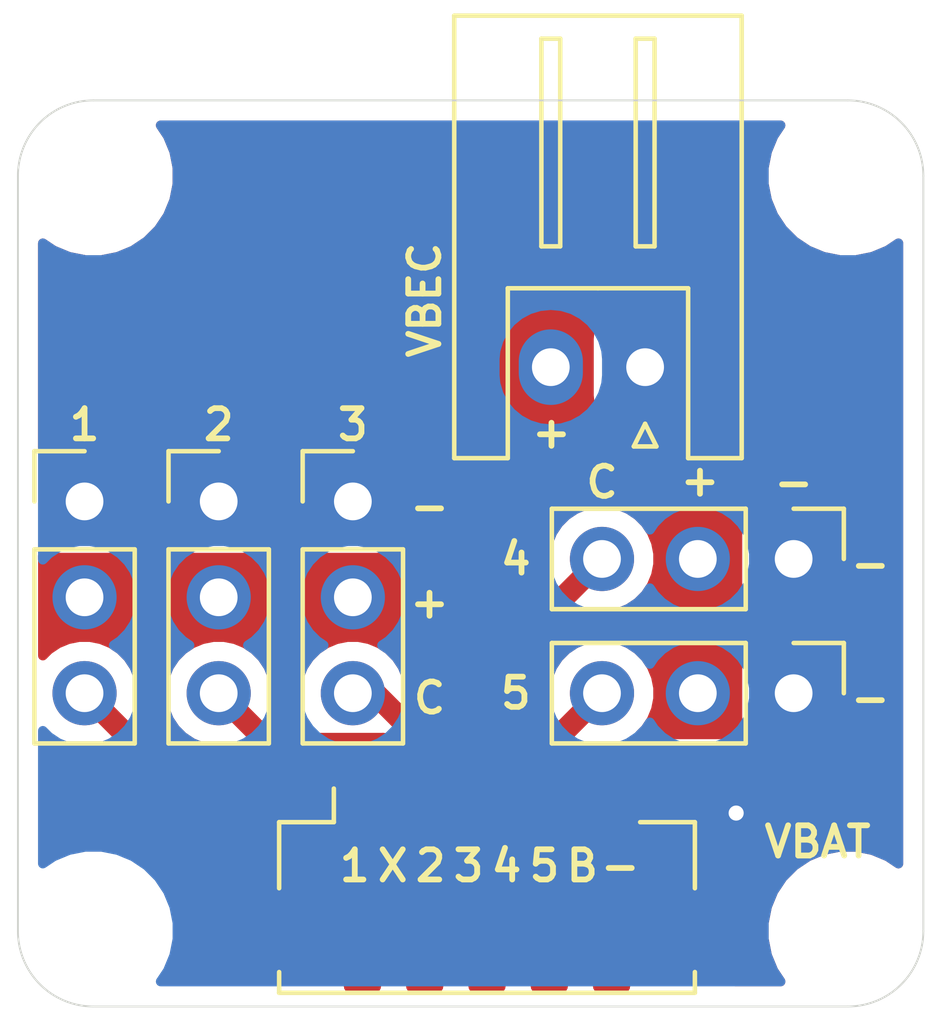
<source format=kicad_pcb>
(kicad_pcb (version 20171130) (host pcbnew "(5.1.9)-1")

  (general
    (thickness 1.6)
    (drawings 32)
    (tracks 32)
    (zones 0)
    (modules 17)
    (nets 9)
  )

  (page A4)
  (layers
    (0 F.Cu signal)
    (31 B.Cu signal)
    (32 B.Adhes user)
    (33 F.Adhes user)
    (34 B.Paste user)
    (35 F.Paste user)
    (36 B.SilkS user)
    (37 F.SilkS user)
    (38 B.Mask user)
    (39 F.Mask user)
    (40 Dwgs.User user)
    (41 Cmts.User user)
    (42 Eco1.User user)
    (43 Eco2.User user)
    (44 Edge.Cuts user)
    (45 Margin user)
    (46 B.CrtYd user)
    (47 F.CrtYd user)
    (48 B.Fab user hide)
    (49 F.Fab user hide)
  )

  (setup
    (last_trace_width 0.25)
    (user_trace_width 0.6)
    (trace_clearance 0.2)
    (zone_clearance 0.508)
    (zone_45_only no)
    (trace_min 0.2)
    (via_size 0.8)
    (via_drill 0.4)
    (via_min_size 0.4)
    (via_min_drill 0.3)
    (uvia_size 0.3)
    (uvia_drill 0.1)
    (uvias_allowed no)
    (uvia_min_size 0.2)
    (uvia_min_drill 0.1)
    (edge_width 0.05)
    (segment_width 0.2)
    (pcb_text_width 0.3)
    (pcb_text_size 1.5 1.5)
    (mod_edge_width 0.12)
    (mod_text_size 1 1)
    (mod_text_width 0.15)
    (pad_size 1.2 1.75)
    (pad_drill 0.75)
    (pad_to_mask_clearance 0)
    (aux_axis_origin 0 0)
    (visible_elements 7FFFFF7F)
    (pcbplotparams
      (layerselection 0x010fc_ffffffff)
      (usegerberextensions false)
      (usegerberattributes true)
      (usegerberadvancedattributes true)
      (creategerberjobfile true)
      (excludeedgelayer true)
      (linewidth 0.100000)
      (plotframeref false)
      (viasonmask false)
      (mode 1)
      (useauxorigin false)
      (hpglpennumber 1)
      (hpglpenspeed 20)
      (hpglpendiameter 15.000000)
      (psnegative false)
      (psa4output false)
      (plotreference true)
      (plotvalue true)
      (plotinvisibletext false)
      (padsonsilk false)
      (subtractmaskfromsilk false)
      (outputformat 1)
      (mirror false)
      (drillshape 0)
      (scaleselection 1)
      (outputdirectory "gerber-5-servos"))
  )

  (net 0 "")
  (net 1 "Net-(J1-Pad3)")
  (net 2 "Net-(J1-Pad1)")
  (net 3 GND)
  (net 4 +BATT)
  (net 5 "Net-(J1-Pad7)")
  (net 6 "Net-(J1-Pad6)")
  (net 7 "Net-(J1-Pad5)")
  (net 8 "Net-(J1-Pad4)")

  (net_class Default "This is the default net class."
    (clearance 0.2)
    (trace_width 0.25)
    (via_dia 0.8)
    (via_drill 0.4)
    (uvia_dia 0.3)
    (uvia_drill 0.1)
    (add_net +BATT)
    (add_net GND)
    (add_net "Net-(J1-Pad1)")
    (add_net "Net-(J1-Pad2)")
    (add_net "Net-(J1-Pad3)")
    (add_net "Net-(J1-Pad4)")
    (add_net "Net-(J1-Pad5)")
    (add_net "Net-(J1-Pad6)")
    (add_net "Net-(J1-Pad7)")
  )

  (module Connector_Wire:SolderWirePad_1x01_SMD_1x2mm (layer F.Cu) (tedit 5DD6EB27) (tstamp 6116F8D2)
    (at 179.07 158.369 90)
    (descr "Wire Pad, Square, SMD Pad,  5mm x 10mm,")
    (tags "MesurementPoint Square SMDPad 5mmx10mm ")
    (path /61199C10)
    (attr virtual)
    (fp_text reference J13 (at 0 -2.54 90) (layer F.SilkS) hide
      (effects (font (size 1 1) (thickness 0.15)))
    )
    (fp_text value Conn_01x01 (at 0 2.54 90) (layer F.Fab)
      (effects (font (size 1 1) (thickness 0.15)))
    )
    (fp_line (start -0.63 1.27) (end -0.63 -1.27) (layer F.Fab) (width 0.1))
    (fp_line (start 0.63 1.27) (end -0.63 1.27) (layer F.Fab) (width 0.1))
    (fp_line (start 0.63 -1.27) (end 0.63 1.27) (layer F.Fab) (width 0.1))
    (fp_line (start -0.63 -1.27) (end 0.63 -1.27) (layer F.Fab) (width 0.1))
    (fp_line (start -0.63 -1.27) (end -0.63 1.27) (layer F.CrtYd) (width 0.05))
    (fp_line (start -0.63 1.27) (end 0.63 1.27) (layer F.CrtYd) (width 0.05))
    (fp_line (start 0.63 1.27) (end 0.63 -1.27) (layer F.CrtYd) (width 0.05))
    (fp_line (start 0.63 -1.27) (end -0.63 -1.27) (layer F.CrtYd) (width 0.05))
    (fp_text user %R (at 0 0 90) (layer F.Fab)
      (effects (font (size 1 1) (thickness 0.15)))
    )
    (pad 1 smd roundrect (at 0 0 90) (size 1 2) (layers F.Cu F.Paste F.Mask) (roundrect_rratio 0.25)
      (net 5 "Net-(J1-Pad7)"))
  )

  (module heli-servo-board:JST_SHL_SM08B-SHLS-TF_1x08-1MP_P1.00mm_Horizontal (layer F.Cu) (tedit 61166144) (tstamp 6112DF1A)
    (at 170.434 160.528)
    (descr "JST SHL series connector, SM08B-SHLS-TF (http://www.jst-mfg.com/product/pdf/eng/eSHL.pdf), generated with kicad-footprint-generator")
    (tags "connector JST SHL top entry")
    (path /61123FD6)
    (attr smd)
    (fp_text reference J1 (at 0 -3.5) (layer F.SilkS) hide
      (effects (font (size 1 1) (thickness 0.15)))
    )
    (fp_text value Conn_01x06 (at 0 4.2) (layer F.Fab)
      (effects (font (size 1 1) (thickness 0.15)))
    )
    (fp_line (start -3.5 -0.592893) (end -3 -1.3) (layer F.Fab) (width 0.1))
    (fp_line (start -4 -1.3) (end -3.5 -0.592893) (layer F.Fab) (width 0.1))
    (fp_line (start 5.9 -2.8) (end -5.9 -2.8) (layer F.CrtYd) (width 0.05))
    (fp_line (start 5.9 3.5) (end 5.9 -2.8) (layer F.CrtYd) (width 0.05))
    (fp_line (start -5.9 3.5) (end 5.9 3.5) (layer F.CrtYd) (width 0.05))
    (fp_line (start -5.9 -2.8) (end -5.9 3.5) (layer F.CrtYd) (width 0.05))
    (fp_line (start 5.4 -1.3) (end 5.4 3) (layer F.Fab) (width 0.1))
    (fp_line (start -5.4 -1.3) (end -5.4 3) (layer F.Fab) (width 0.1))
    (fp_line (start -5.4 3) (end 5.4 3) (layer F.Fab) (width 0.1))
    (fp_line (start 5.51 3.11) (end 5.51 2.56) (layer F.SilkS) (width 0.12))
    (fp_line (start -5.51 3.11) (end 5.51 3.11) (layer F.SilkS) (width 0.12))
    (fp_line (start -5.51 2.56) (end -5.51 3.11) (layer F.SilkS) (width 0.12))
    (fp_line (start 5.51 -1.41) (end 4.06 -1.41) (layer F.SilkS) (width 0.12))
    (fp_line (start 5.51 0.34) (end 5.51 -1.41) (layer F.SilkS) (width 0.12))
    (fp_line (start -4.06 -1.41) (end -4.06 -2.3) (layer F.SilkS) (width 0.12))
    (fp_line (start -5.51 -1.41) (end -4.06 -1.41) (layer F.SilkS) (width 0.12))
    (fp_line (start -5.51 0.34) (end -5.51 -1.41) (layer F.SilkS) (width 0.12))
    (fp_line (start -5.4 -1.3) (end 5.4 -1.3) (layer F.Fab) (width 0.1))
    (fp_text user %R (at 0 0.5) (layer F.Fab)
      (effects (font (size 1 1) (thickness 0.15)))
    )
    (pad MP smd roundrect (at 5.5118 1.4478) (size 2 1.7) (layers F.Cu F.Paste F.Mask) (roundrect_rratio 0.25))
    (pad MP smd roundrect (at -5.5118 1.4478) (size 2 1.7) (layers F.Cu F.Paste F.Mask) (roundrect_rratio 0.25))
    (pad 1 smd roundrect (at -3.5 -1.675) (size 0.6 1.25) (layers F.Cu F.Paste F.Mask) (roundrect_rratio 0.25)
      (net 2 "Net-(J1-Pad1)"))
    (pad 2 smd roundrect (at -2.5 -1.675) (size 0.6 1.25) (layers F.Cu F.Paste F.Mask) (roundrect_rratio 0.25))
    (pad 3 smd roundrect (at -1.5 -1.675) (size 0.6 1.25) (layers F.Cu F.Paste F.Mask) (roundrect_rratio 0.25)
      (net 1 "Net-(J1-Pad3)"))
    (pad 4 smd roundrect (at -0.5 -1.675) (size 0.6 1.25) (layers F.Cu F.Paste F.Mask) (roundrect_rratio 0.25)
      (net 8 "Net-(J1-Pad4)"))
    (pad 5 smd roundrect (at 0.5 -1.675) (size 0.6 1.25) (layers F.Cu F.Paste F.Mask) (roundrect_rratio 0.25)
      (net 7 "Net-(J1-Pad5)"))
    (pad 6 smd roundrect (at 1.5 -1.675) (size 0.6 1.25) (layers F.Cu F.Paste F.Mask) (roundrect_rratio 0.25)
      (net 6 "Net-(J1-Pad6)"))
    (pad 7 smd roundrect (at 2.5 -1.675) (size 0.6 1.25) (layers F.Cu F.Paste F.Mask) (roundrect_rratio 0.25)
      (net 5 "Net-(J1-Pad7)"))
    (pad 8 smd roundrect (at 3.5 -1.675) (size 0.6 1.25) (layers F.Cu F.Paste F.Mask) (roundrect_rratio 0.25)
      (net 3 GND))
    (model ${KISYS3DMOD}/Connector_JST.3dshapes/JST_SHL_SM08B-SHLS-TF_1x08-1MP_P1.00mm_Horizontal.wrl
      (at (xyz 0 0 0))
      (scale (xyz 1 1 1))
      (rotate (xyz 0 0 0))
    )
  )

  (module Connector_PinHeader_2.54mm:PinHeader_1x03_P2.54mm_Vertical (layer F.Cu) (tedit 59FED5CC) (tstamp 61166D38)
    (at 159.766 150.622)
    (descr "Through hole straight pin header, 1x03, 2.54mm pitch, single row")
    (tags "Through hole pin header THT 1x03 2.54mm single row")
    (path /6116CE3B)
    (fp_text reference J10 (at 0 -2.33) (layer F.SilkS) hide
      (effects (font (size 1 1) (thickness 0.15)))
    )
    (fp_text value Conn_01x03 (at 0 7.41) (layer F.Fab)
      (effects (font (size 1 1) (thickness 0.15)))
    )
    (fp_line (start 1.8 -1.8) (end -1.8 -1.8) (layer F.CrtYd) (width 0.05))
    (fp_line (start 1.8 6.85) (end 1.8 -1.8) (layer F.CrtYd) (width 0.05))
    (fp_line (start -1.8 6.85) (end 1.8 6.85) (layer F.CrtYd) (width 0.05))
    (fp_line (start -1.8 -1.8) (end -1.8 6.85) (layer F.CrtYd) (width 0.05))
    (fp_line (start -1.33 -1.33) (end 0 -1.33) (layer F.SilkS) (width 0.12))
    (fp_line (start -1.33 0) (end -1.33 -1.33) (layer F.SilkS) (width 0.12))
    (fp_line (start -1.33 1.27) (end 1.33 1.27) (layer F.SilkS) (width 0.12))
    (fp_line (start 1.33 1.27) (end 1.33 6.41) (layer F.SilkS) (width 0.12))
    (fp_line (start -1.33 1.27) (end -1.33 6.41) (layer F.SilkS) (width 0.12))
    (fp_line (start -1.33 6.41) (end 1.33 6.41) (layer F.SilkS) (width 0.12))
    (fp_line (start -1.27 -0.635) (end -0.635 -1.27) (layer F.Fab) (width 0.1))
    (fp_line (start -1.27 6.35) (end -1.27 -0.635) (layer F.Fab) (width 0.1))
    (fp_line (start 1.27 6.35) (end -1.27 6.35) (layer F.Fab) (width 0.1))
    (fp_line (start 1.27 -1.27) (end 1.27 6.35) (layer F.Fab) (width 0.1))
    (fp_line (start -0.635 -1.27) (end 1.27 -1.27) (layer F.Fab) (width 0.1))
    (fp_text user %R (at 0 2.54 90) (layer F.Fab)
      (effects (font (size 1 1) (thickness 0.15)))
    )
    (pad 3 thru_hole oval (at 0 5.08) (size 1.7 1.7) (drill 1) (layers *.Cu *.Mask)
      (net 2 "Net-(J1-Pad1)"))
    (pad 2 thru_hole oval (at 0 2.54) (size 1.7 1.7) (drill 1) (layers *.Cu *.Mask)
      (net 4 +BATT))
    (pad 1 thru_hole rect (at 0 0) (size 1.7 1.7) (drill 1) (layers *.Cu *.Mask)
      (net 3 GND))
    (model ${KISYS3DMOD}/Connector_PinHeader_2.54mm.3dshapes/PinHeader_1x03_P2.54mm_Vertical.wrl
      (at (xyz 0 0 0))
      (scale (xyz 1 1 1))
      (rotate (xyz 0 0 0))
    )
  )

  (module Connector_PinHeader_2.54mm:PinHeader_1x03_P2.54mm_Vertical (layer F.Cu) (tedit 59FED5CC) (tstamp 61166DA7)
    (at 163.322 150.622)
    (descr "Through hole straight pin header, 1x03, 2.54mm pitch, single row")
    (tags "Through hole pin header THT 1x03 2.54mm single row")
    (path /6116C28F)
    (fp_text reference J5 (at 0 -2.33) (layer F.SilkS) hide
      (effects (font (size 1 1) (thickness 0.15)))
    )
    (fp_text value Conn_01x03 (at 0 7.41) (layer F.Fab)
      (effects (font (size 1 1) (thickness 0.15)))
    )
    (fp_line (start 1.8 -1.8) (end -1.8 -1.8) (layer F.CrtYd) (width 0.05))
    (fp_line (start 1.8 6.85) (end 1.8 -1.8) (layer F.CrtYd) (width 0.05))
    (fp_line (start -1.8 6.85) (end 1.8 6.85) (layer F.CrtYd) (width 0.05))
    (fp_line (start -1.8 -1.8) (end -1.8 6.85) (layer F.CrtYd) (width 0.05))
    (fp_line (start -1.33 -1.33) (end 0 -1.33) (layer F.SilkS) (width 0.12))
    (fp_line (start -1.33 0) (end -1.33 -1.33) (layer F.SilkS) (width 0.12))
    (fp_line (start -1.33 1.27) (end 1.33 1.27) (layer F.SilkS) (width 0.12))
    (fp_line (start 1.33 1.27) (end 1.33 6.41) (layer F.SilkS) (width 0.12))
    (fp_line (start -1.33 1.27) (end -1.33 6.41) (layer F.SilkS) (width 0.12))
    (fp_line (start -1.33 6.41) (end 1.33 6.41) (layer F.SilkS) (width 0.12))
    (fp_line (start -1.27 -0.635) (end -0.635 -1.27) (layer F.Fab) (width 0.1))
    (fp_line (start -1.27 6.35) (end -1.27 -0.635) (layer F.Fab) (width 0.1))
    (fp_line (start 1.27 6.35) (end -1.27 6.35) (layer F.Fab) (width 0.1))
    (fp_line (start 1.27 -1.27) (end 1.27 6.35) (layer F.Fab) (width 0.1))
    (fp_line (start -0.635 -1.27) (end 1.27 -1.27) (layer F.Fab) (width 0.1))
    (fp_text user %R (at 0 2.54 90) (layer F.Fab)
      (effects (font (size 1 1) (thickness 0.15)))
    )
    (pad 3 thru_hole oval (at 0 5.08) (size 1.7 1.7) (drill 1) (layers *.Cu *.Mask)
      (net 1 "Net-(J1-Pad3)"))
    (pad 2 thru_hole oval (at 0 2.54) (size 1.7 1.7) (drill 1) (layers *.Cu *.Mask)
      (net 4 +BATT))
    (pad 1 thru_hole rect (at 0 0) (size 1.7 1.7) (drill 1) (layers *.Cu *.Mask)
      (net 3 GND))
    (model ${KISYS3DMOD}/Connector_PinHeader_2.54mm.3dshapes/PinHeader_1x03_P2.54mm_Vertical.wrl
      (at (xyz 0 0 0))
      (scale (xyz 1 1 1))
      (rotate (xyz 0 0 0))
    )
  )

  (module Connector_PinHeader_2.54mm:PinHeader_1x03_P2.54mm_Vertical (layer F.Cu) (tedit 59FED5CC) (tstamp 61124DCD)
    (at 166.878 150.622)
    (descr "Through hole straight pin header, 1x03, 2.54mm pitch, single row")
    (tags "Through hole pin header THT 1x03 2.54mm single row")
    (path /6112D870)
    (fp_text reference J4 (at 0 -2.33) (layer F.SilkS) hide
      (effects (font (size 1 1) (thickness 0.15)))
    )
    (fp_text value Conn_01x03 (at 0 7.41) (layer F.Fab)
      (effects (font (size 1 1) (thickness 0.15)))
    )
    (fp_line (start 1.8 -1.8) (end -1.8 -1.8) (layer F.CrtYd) (width 0.05))
    (fp_line (start 1.8 6.85) (end 1.8 -1.8) (layer F.CrtYd) (width 0.05))
    (fp_line (start -1.8 6.85) (end 1.8 6.85) (layer F.CrtYd) (width 0.05))
    (fp_line (start -1.8 -1.8) (end -1.8 6.85) (layer F.CrtYd) (width 0.05))
    (fp_line (start -1.33 -1.33) (end 0 -1.33) (layer F.SilkS) (width 0.12))
    (fp_line (start -1.33 0) (end -1.33 -1.33) (layer F.SilkS) (width 0.12))
    (fp_line (start -1.33 1.27) (end 1.33 1.27) (layer F.SilkS) (width 0.12))
    (fp_line (start 1.33 1.27) (end 1.33 6.41) (layer F.SilkS) (width 0.12))
    (fp_line (start -1.33 1.27) (end -1.33 6.41) (layer F.SilkS) (width 0.12))
    (fp_line (start -1.33 6.41) (end 1.33 6.41) (layer F.SilkS) (width 0.12))
    (fp_line (start -1.27 -0.635) (end -0.635 -1.27) (layer F.Fab) (width 0.1))
    (fp_line (start -1.27 6.35) (end -1.27 -0.635) (layer F.Fab) (width 0.1))
    (fp_line (start 1.27 6.35) (end -1.27 6.35) (layer F.Fab) (width 0.1))
    (fp_line (start 1.27 -1.27) (end 1.27 6.35) (layer F.Fab) (width 0.1))
    (fp_line (start -0.635 -1.27) (end 1.27 -1.27) (layer F.Fab) (width 0.1))
    (fp_text user %R (at 0 2.54 90) (layer F.Fab)
      (effects (font (size 1 1) (thickness 0.15)))
    )
    (pad 3 thru_hole oval (at 0 5.08) (size 1.7 1.7) (drill 1) (layers *.Cu *.Mask)
      (net 8 "Net-(J1-Pad4)"))
    (pad 2 thru_hole oval (at 0 2.54) (size 1.7 1.7) (drill 1) (layers *.Cu *.Mask)
      (net 4 +BATT))
    (pad 1 thru_hole rect (at 0 0) (size 1.7 1.7) (drill 1) (layers *.Cu *.Mask)
      (net 3 GND))
    (model ${KISYS3DMOD}/Connector_PinHeader_2.54mm.3dshapes/PinHeader_1x03_P2.54mm_Vertical.wrl
      (at (xyz 0 0 0))
      (scale (xyz 1 1 1))
      (rotate (xyz 0 0 0))
    )
  )

  (module Connector_PinHeader_2.54mm:PinHeader_1x03_P2.54mm_Vertical (layer F.Cu) (tedit 59FED5CC) (tstamp 61124DA7)
    (at 178.562 152.146 270)
    (descr "Through hole straight pin header, 1x03, 2.54mm pitch, single row")
    (tags "Through hole pin header THT 1x03 2.54mm single row")
    (path /6112CA1B)
    (fp_text reference J3 (at 0 -2.33 90) (layer F.SilkS) hide
      (effects (font (size 1 1) (thickness 0.15)))
    )
    (fp_text value Conn_01x03 (at 0 7.41 90) (layer F.Fab)
      (effects (font (size 1 1) (thickness 0.15)))
    )
    (fp_line (start 1.8 -1.8) (end -1.8 -1.8) (layer F.CrtYd) (width 0.05))
    (fp_line (start 1.8 6.85) (end 1.8 -1.8) (layer F.CrtYd) (width 0.05))
    (fp_line (start -1.8 6.85) (end 1.8 6.85) (layer F.CrtYd) (width 0.05))
    (fp_line (start -1.8 -1.8) (end -1.8 6.85) (layer F.CrtYd) (width 0.05))
    (fp_line (start -1.33 -1.33) (end 0 -1.33) (layer F.SilkS) (width 0.12))
    (fp_line (start -1.33 0) (end -1.33 -1.33) (layer F.SilkS) (width 0.12))
    (fp_line (start -1.33 1.27) (end 1.33 1.27) (layer F.SilkS) (width 0.12))
    (fp_line (start 1.33 1.27) (end 1.33 6.41) (layer F.SilkS) (width 0.12))
    (fp_line (start -1.33 1.27) (end -1.33 6.41) (layer F.SilkS) (width 0.12))
    (fp_line (start -1.33 6.41) (end 1.33 6.41) (layer F.SilkS) (width 0.12))
    (fp_line (start -1.27 -0.635) (end -0.635 -1.27) (layer F.Fab) (width 0.1))
    (fp_line (start -1.27 6.35) (end -1.27 -0.635) (layer F.Fab) (width 0.1))
    (fp_line (start 1.27 6.35) (end -1.27 6.35) (layer F.Fab) (width 0.1))
    (fp_line (start 1.27 -1.27) (end 1.27 6.35) (layer F.Fab) (width 0.1))
    (fp_line (start -0.635 -1.27) (end 1.27 -1.27) (layer F.Fab) (width 0.1))
    (fp_text user %R (at 0 2.54) (layer F.Fab)
      (effects (font (size 1 1) (thickness 0.15)))
    )
    (pad 3 thru_hole oval (at 0 5.08 270) (size 1.7 1.7) (drill 1) (layers *.Cu *.Mask)
      (net 7 "Net-(J1-Pad5)"))
    (pad 2 thru_hole oval (at 0 2.54 270) (size 1.7 1.7) (drill 1) (layers *.Cu *.Mask)
      (net 4 +BATT))
    (pad 1 thru_hole rect (at 0 0 270) (size 1.7 1.7) (drill 1) (layers *.Cu *.Mask)
      (net 3 GND))
    (model ${KISYS3DMOD}/Connector_PinHeader_2.54mm.3dshapes/PinHeader_1x03_P2.54mm_Vertical.wrl
      (at (xyz 0 0 0))
      (scale (xyz 1 1 1))
      (rotate (xyz 0 0 0))
    )
  )

  (module Connector_Wire:SolderWirePad_1x01_SMD_1x2mm (layer F.Cu) (tedit 5DD6EB27) (tstamp 61166DFE)
    (at 167.132 162.687)
    (descr "Wire Pad, Square, SMD Pad,  5mm x 10mm,")
    (tags "MesurementPoint Square SMDPad 5mmx10mm ")
    (path /6117478F)
    (attr virtual)
    (fp_text reference J12 (at 0 -2.54) (layer F.SilkS) hide
      (effects (font (size 1 1) (thickness 0.15)))
    )
    (fp_text value Conn_01x01 (at 0 2.54) (layer F.Fab)
      (effects (font (size 1 1) (thickness 0.15)))
    )
    (fp_line (start -0.63 1.27) (end -0.63 -1.27) (layer F.Fab) (width 0.1))
    (fp_line (start 0.63 1.27) (end -0.63 1.27) (layer F.Fab) (width 0.1))
    (fp_line (start 0.63 -1.27) (end 0.63 1.27) (layer F.Fab) (width 0.1))
    (fp_line (start -0.63 -1.27) (end 0.63 -1.27) (layer F.Fab) (width 0.1))
    (fp_line (start -0.63 -1.27) (end -0.63 1.27) (layer F.CrtYd) (width 0.05))
    (fp_line (start -0.63 1.27) (end 0.63 1.27) (layer F.CrtYd) (width 0.05))
    (fp_line (start 0.63 1.27) (end 0.63 -1.27) (layer F.CrtYd) (width 0.05))
    (fp_line (start 0.63 -1.27) (end -0.63 -1.27) (layer F.CrtYd) (width 0.05))
    (fp_text user %R (at 0 0) (layer F.Fab)
      (effects (font (size 1 1) (thickness 0.15)))
    )
    (pad 1 smd roundrect (at 0 0) (size 1 2) (layers F.Cu F.Paste F.Mask) (roundrect_rratio 0.25)
      (net 2 "Net-(J1-Pad1)"))
  )

  (module Connector_Wire:SolderWirePad_1x01_SMD_1x2mm (layer F.Cu) (tedit 5DD6EB27) (tstamp 61166CF9)
    (at 168.783 162.687)
    (descr "Wire Pad, Square, SMD Pad,  5mm x 10mm,")
    (tags "MesurementPoint Square SMDPad 5mmx10mm ")
    (path /6117400D)
    (attr virtual)
    (fp_text reference J11 (at 0 -2.54) (layer F.SilkS) hide
      (effects (font (size 1 1) (thickness 0.15)))
    )
    (fp_text value Conn_01x01 (at 0 2.54) (layer F.Fab)
      (effects (font (size 1 1) (thickness 0.15)))
    )
    (fp_line (start -0.63 1.27) (end -0.63 -1.27) (layer F.Fab) (width 0.1))
    (fp_line (start 0.63 1.27) (end -0.63 1.27) (layer F.Fab) (width 0.1))
    (fp_line (start 0.63 -1.27) (end 0.63 1.27) (layer F.Fab) (width 0.1))
    (fp_line (start -0.63 -1.27) (end 0.63 -1.27) (layer F.Fab) (width 0.1))
    (fp_line (start -0.63 -1.27) (end -0.63 1.27) (layer F.CrtYd) (width 0.05))
    (fp_line (start -0.63 1.27) (end 0.63 1.27) (layer F.CrtYd) (width 0.05))
    (fp_line (start 0.63 1.27) (end 0.63 -1.27) (layer F.CrtYd) (width 0.05))
    (fp_line (start 0.63 -1.27) (end -0.63 -1.27) (layer F.CrtYd) (width 0.05))
    (fp_text user %R (at 0 0) (layer F.Fab)
      (effects (font (size 1 1) (thickness 0.15)))
    )
    (pad 1 smd roundrect (at 0 0) (size 1 2) (layers F.Cu F.Paste F.Mask) (roundrect_rratio 0.25)
      (net 1 "Net-(J1-Pad3)"))
  )

  (module Connector_PinHeader_2.54mm:PinHeader_1x03_P2.54mm_Vertical (layer F.Cu) (tedit 59FED5CC) (tstamp 61124D81)
    (at 178.562 155.702 270)
    (descr "Through hole straight pin header, 1x03, 2.54mm pitch, single row")
    (tags "Through hole pin header THT 1x03 2.54mm single row")
    (path /611285D8)
    (fp_text reference J2 (at 0 -2.33 90) (layer F.SilkS) hide
      (effects (font (size 1 1) (thickness 0.15)))
    )
    (fp_text value Conn_01x03 (at 0 7.41 90) (layer F.Fab)
      (effects (font (size 1 1) (thickness 0.15)))
    )
    (fp_line (start 1.8 -1.8) (end -1.8 -1.8) (layer F.CrtYd) (width 0.05))
    (fp_line (start 1.8 6.85) (end 1.8 -1.8) (layer F.CrtYd) (width 0.05))
    (fp_line (start -1.8 6.85) (end 1.8 6.85) (layer F.CrtYd) (width 0.05))
    (fp_line (start -1.8 -1.8) (end -1.8 6.85) (layer F.CrtYd) (width 0.05))
    (fp_line (start -1.33 -1.33) (end 0 -1.33) (layer F.SilkS) (width 0.12))
    (fp_line (start -1.33 0) (end -1.33 -1.33) (layer F.SilkS) (width 0.12))
    (fp_line (start -1.33 1.27) (end 1.33 1.27) (layer F.SilkS) (width 0.12))
    (fp_line (start 1.33 1.27) (end 1.33 6.41) (layer F.SilkS) (width 0.12))
    (fp_line (start -1.33 1.27) (end -1.33 6.41) (layer F.SilkS) (width 0.12))
    (fp_line (start -1.33 6.41) (end 1.33 6.41) (layer F.SilkS) (width 0.12))
    (fp_line (start -1.27 -0.635) (end -0.635 -1.27) (layer F.Fab) (width 0.1))
    (fp_line (start -1.27 6.35) (end -1.27 -0.635) (layer F.Fab) (width 0.1))
    (fp_line (start 1.27 6.35) (end -1.27 6.35) (layer F.Fab) (width 0.1))
    (fp_line (start 1.27 -1.27) (end 1.27 6.35) (layer F.Fab) (width 0.1))
    (fp_line (start -0.635 -1.27) (end 1.27 -1.27) (layer F.Fab) (width 0.1))
    (fp_text user %R (at 0 2.54) (layer F.Fab)
      (effects (font (size 1 1) (thickness 0.15)))
    )
    (pad 3 thru_hole oval (at 0 5.08 270) (size 1.7 1.7) (drill 1) (layers *.Cu *.Mask)
      (net 6 "Net-(J1-Pad6)"))
    (pad 2 thru_hole oval (at 0 2.54 270) (size 1.7 1.7) (drill 1) (layers *.Cu *.Mask)
      (net 4 +BATT))
    (pad 1 thru_hole rect (at 0 0 270) (size 1.7 1.7) (drill 1) (layers *.Cu *.Mask)
      (net 3 GND))
    (model ${KISYS3DMOD}/Connector_PinHeader_2.54mm.3dshapes/PinHeader_1x03_P2.54mm_Vertical.wrl
      (at (xyz 0 0 0))
      (scale (xyz 1 1 1))
      (rotate (xyz 0 0 0))
    )
  )

  (module Connector_JST:JST_XH_S2B-XH-A_1x02_P2.50mm_Horizontal (layer F.Cu) (tedit 5C281475) (tstamp 611285C6)
    (at 174.625 147.066 180)
    (descr "JST XH series connector, S2B-XH-A (http://www.jst-mfg.com/product/pdf/eng/eXH.pdf), generated with kicad-footprint-generator")
    (tags "connector JST XH horizontal")
    (path /61143588)
    (fp_text reference J6 (at 1.25 -3.5) (layer F.SilkS) hide
      (effects (font (size 1 1) (thickness 0.15)))
    )
    (fp_text value Conn_01x02 (at 1.25 10.4) (layer F.Fab)
      (effects (font (size 1 1) (thickness 0.15)))
    )
    (fp_line (start -2.95 -2.8) (end -2.95 9.7) (layer F.CrtYd) (width 0.05))
    (fp_line (start -2.95 9.7) (end 5.45 9.7) (layer F.CrtYd) (width 0.05))
    (fp_line (start 5.45 9.7) (end 5.45 -2.8) (layer F.CrtYd) (width 0.05))
    (fp_line (start 5.45 -2.8) (end -2.95 -2.8) (layer F.CrtYd) (width 0.05))
    (fp_line (start 1.25 9.31) (end -2.56 9.31) (layer F.SilkS) (width 0.12))
    (fp_line (start -2.56 9.31) (end -2.56 -2.41) (layer F.SilkS) (width 0.12))
    (fp_line (start -2.56 -2.41) (end -1.14 -2.41) (layer F.SilkS) (width 0.12))
    (fp_line (start -1.14 -2.41) (end -1.14 2.09) (layer F.SilkS) (width 0.12))
    (fp_line (start -1.14 2.09) (end 1.25 2.09) (layer F.SilkS) (width 0.12))
    (fp_line (start 1.25 9.31) (end 5.06 9.31) (layer F.SilkS) (width 0.12))
    (fp_line (start 5.06 9.31) (end 5.06 -2.41) (layer F.SilkS) (width 0.12))
    (fp_line (start 5.06 -2.41) (end 3.64 -2.41) (layer F.SilkS) (width 0.12))
    (fp_line (start 3.64 -2.41) (end 3.64 2.09) (layer F.SilkS) (width 0.12))
    (fp_line (start 3.64 2.09) (end 1.25 2.09) (layer F.SilkS) (width 0.12))
    (fp_line (start 1.25 9.2) (end -2.45 9.2) (layer F.Fab) (width 0.1))
    (fp_line (start -2.45 9.2) (end -2.45 -2.3) (layer F.Fab) (width 0.1))
    (fp_line (start -2.45 -2.3) (end -1.25 -2.3) (layer F.Fab) (width 0.1))
    (fp_line (start -1.25 -2.3) (end -1.25 2.2) (layer F.Fab) (width 0.1))
    (fp_line (start -1.25 2.2) (end 1.25 2.2) (layer F.Fab) (width 0.1))
    (fp_line (start 1.25 9.2) (end 4.95 9.2) (layer F.Fab) (width 0.1))
    (fp_line (start 4.95 9.2) (end 4.95 -2.3) (layer F.Fab) (width 0.1))
    (fp_line (start 4.95 -2.3) (end 3.75 -2.3) (layer F.Fab) (width 0.1))
    (fp_line (start 3.75 -2.3) (end 3.75 2.2) (layer F.Fab) (width 0.1))
    (fp_line (start 3.75 2.2) (end 1.25 2.2) (layer F.Fab) (width 0.1))
    (fp_line (start -0.25 3.2) (end -0.25 8.7) (layer F.SilkS) (width 0.12))
    (fp_line (start -0.25 8.7) (end 0.25 8.7) (layer F.SilkS) (width 0.12))
    (fp_line (start 0.25 8.7) (end 0.25 3.2) (layer F.SilkS) (width 0.12))
    (fp_line (start 0.25 3.2) (end -0.25 3.2) (layer F.SilkS) (width 0.12))
    (fp_line (start 2.25 3.2) (end 2.25 8.7) (layer F.SilkS) (width 0.12))
    (fp_line (start 2.25 8.7) (end 2.75 8.7) (layer F.SilkS) (width 0.12))
    (fp_line (start 2.75 8.7) (end 2.75 3.2) (layer F.SilkS) (width 0.12))
    (fp_line (start 2.75 3.2) (end 2.25 3.2) (layer F.SilkS) (width 0.12))
    (fp_line (start 0 -1.5) (end -0.3 -2.1) (layer F.SilkS) (width 0.12))
    (fp_line (start -0.3 -2.1) (end 0.3 -2.1) (layer F.SilkS) (width 0.12))
    (fp_line (start 0.3 -2.1) (end 0 -1.5) (layer F.SilkS) (width 0.12))
    (fp_line (start -0.625 2.2) (end 0 1.2) (layer F.Fab) (width 0.1))
    (fp_line (start 0 1.2) (end 0.625 2.2) (layer F.Fab) (width 0.1))
    (fp_text user %R (at 1.25 3.45) (layer F.Fab) hide
      (effects (font (size 1 1) (thickness 0.15)))
    )
    (pad 2 thru_hole oval (at 2.5 0 180) (size 1.7 2) (drill 1) (layers *.Cu *.Mask)
      (net 4 +BATT))
    (pad 1 thru_hole roundrect (at 0 0 180) (size 1.7 2) (drill 1) (layers *.Cu *.Mask) (roundrect_rratio 0.1470588235294118)
      (net 3 GND))
    (model ${KISYS3DMOD}/Connector_JST.3dshapes/JST_XH_S2B-XH-A_1x02_P2.50mm_Horizontal.wrl
      (at (xyz 0 0 0))
      (scale (xyz 1 1 1))
      (rotate (xyz 0 0 0))
    )
  )

  (module Connector_Wire:SolderWirePad_1x01_SMD_1x2mm (layer F.Cu) (tedit 5DD6EB27) (tstamp 611325AC)
    (at 170.434 162.687)
    (descr "Wire Pad, Square, SMD Pad,  5mm x 10mm,")
    (tags "MesurementPoint Square SMDPad 5mmx10mm ")
    (path /61181143)
    (attr virtual)
    (fp_text reference J9 (at 0 -2.54) (layer F.SilkS) hide
      (effects (font (size 1 1) (thickness 0.15)))
    )
    (fp_text value Conn_01x01 (at 0 2.54) (layer F.Fab) hide
      (effects (font (size 1 1) (thickness 0.15)))
    )
    (fp_line (start 0.63 -1.27) (end -0.63 -1.27) (layer F.CrtYd) (width 0.05))
    (fp_line (start 0.63 1.27) (end 0.63 -1.27) (layer F.CrtYd) (width 0.05))
    (fp_line (start -0.63 1.27) (end 0.63 1.27) (layer F.CrtYd) (width 0.05))
    (fp_line (start -0.63 -1.27) (end -0.63 1.27) (layer F.CrtYd) (width 0.05))
    (fp_line (start -0.63 -1.27) (end 0.63 -1.27) (layer F.Fab) (width 0.1))
    (fp_line (start 0.63 -1.27) (end 0.63 1.27) (layer F.Fab) (width 0.1))
    (fp_line (start 0.63 1.27) (end -0.63 1.27) (layer F.Fab) (width 0.1))
    (fp_line (start -0.63 1.27) (end -0.63 -1.27) (layer F.Fab) (width 0.1))
    (fp_text user %R (at 0 0) (layer F.Fab)
      (effects (font (size 1 1) (thickness 0.15)))
    )
    (pad 1 smd roundrect (at 0 0) (size 1 2) (layers F.Cu F.Paste F.Mask) (roundrect_rratio 0.25)
      (net 8 "Net-(J1-Pad4)"))
  )

  (module Connector_Wire:SolderWirePad_1x01_SMD_1x2mm (layer F.Cu) (tedit 5DD6EB27) (tstamp 6113259E)
    (at 172.085 162.687)
    (descr "Wire Pad, Square, SMD Pad,  5mm x 10mm,")
    (tags "MesurementPoint Square SMDPad 5mmx10mm ")
    (path /6118060C)
    (attr virtual)
    (fp_text reference J8 (at 0 -2.54) (layer F.SilkS) hide
      (effects (font (size 1 1) (thickness 0.15)))
    )
    (fp_text value Conn_01x01 (at 0 2.54) (layer F.Fab) hide
      (effects (font (size 1 1) (thickness 0.15)))
    )
    (fp_line (start 0.63 -1.27) (end -0.63 -1.27) (layer F.CrtYd) (width 0.05))
    (fp_line (start 0.63 1.27) (end 0.63 -1.27) (layer F.CrtYd) (width 0.05))
    (fp_line (start -0.63 1.27) (end 0.63 1.27) (layer F.CrtYd) (width 0.05))
    (fp_line (start -0.63 -1.27) (end -0.63 1.27) (layer F.CrtYd) (width 0.05))
    (fp_line (start -0.63 -1.27) (end 0.63 -1.27) (layer F.Fab) (width 0.1))
    (fp_line (start 0.63 -1.27) (end 0.63 1.27) (layer F.Fab) (width 0.1))
    (fp_line (start 0.63 1.27) (end -0.63 1.27) (layer F.Fab) (width 0.1))
    (fp_line (start -0.63 1.27) (end -0.63 -1.27) (layer F.Fab) (width 0.1))
    (fp_text user %R (at 0 0) (layer F.Fab)
      (effects (font (size 1 1) (thickness 0.15)))
    )
    (pad 1 smd roundrect (at 0 0) (size 1 2) (layers F.Cu F.Paste F.Mask) (roundrect_rratio 0.25)
      (net 7 "Net-(J1-Pad5)"))
  )

  (module Connector_Wire:SolderWirePad_1x01_SMD_1x2mm (layer F.Cu) (tedit 5DD6EB27) (tstamp 61132590)
    (at 173.736 162.687)
    (descr "Wire Pad, Square, SMD Pad,  5mm x 10mm,")
    (tags "MesurementPoint Square SMDPad 5mmx10mm ")
    (path /6117E1ED)
    (attr virtual)
    (fp_text reference J7 (at 0 -2.54) (layer F.SilkS) hide
      (effects (font (size 1 1) (thickness 0.15)))
    )
    (fp_text value Conn_01x01 (at 0 2.54) (layer F.Fab)
      (effects (font (size 1 1) (thickness 0.15)))
    )
    (fp_line (start 0.63 -1.27) (end -0.63 -1.27) (layer F.CrtYd) (width 0.05))
    (fp_line (start 0.63 1.27) (end 0.63 -1.27) (layer F.CrtYd) (width 0.05))
    (fp_line (start -0.63 1.27) (end 0.63 1.27) (layer F.CrtYd) (width 0.05))
    (fp_line (start -0.63 -1.27) (end -0.63 1.27) (layer F.CrtYd) (width 0.05))
    (fp_line (start -0.63 -1.27) (end 0.63 -1.27) (layer F.Fab) (width 0.1))
    (fp_line (start 0.63 -1.27) (end 0.63 1.27) (layer F.Fab) (width 0.1))
    (fp_line (start 0.63 1.27) (end -0.63 1.27) (layer F.Fab) (width 0.1))
    (fp_line (start -0.63 1.27) (end -0.63 -1.27) (layer F.Fab) (width 0.1))
    (fp_text user %R (at 0 0) (layer F.Fab)
      (effects (font (size 1 1) (thickness 0.15)))
    )
    (pad 1 smd roundrect (at 0 0) (size 1 2) (layers F.Cu F.Paste F.Mask) (roundrect_rratio 0.25)
      (net 6 "Net-(J1-Pad6)"))
  )

  (module MountingHole:MountingHole_2.2mm_M2 (layer F.Cu) (tedit 61150B2C) (tstamp 6112E80D)
    (at 180 162)
    (descr "Mounting Hole 2.2mm, no annular, M2")
    (tags "mounting hole 2.2mm no annular m2")
    (path /61155815)
    (attr virtual)
    (fp_text reference H4 (at 0 -3.2) (layer F.SilkS) hide
      (effects (font (size 1 1) (thickness 0.15)))
    )
    (fp_text value MountingHole (at 0 3.2) (layer F.Fab)
      (effects (font (size 1 1) (thickness 0.15)))
    )
    (fp_circle (center 0 0) (end 2.2 0) (layer Cmts.User) (width 0.15))
    (fp_circle (center 0 0) (end 2.45 0) (layer F.CrtYd) (width 0.05))
    (fp_text user %R (at 0.3 0) (layer F.Fab)
      (effects (font (size 1 1) (thickness 0.15)))
    )
    (pad "" np_thru_hole circle (at 0 0) (size 2.2 2.2) (drill 2.2) (layers *.Cu *.Mask)
      (clearance 1))
  )

  (module MountingHole:MountingHole_2.2mm_M2 (layer F.Cu) (tedit 61150B1E) (tstamp 6112E805)
    (at 180 142)
    (descr "Mounting Hole 2.2mm, no annular, M2")
    (tags "mounting hole 2.2mm no annular m2")
    (path /611551EF)
    (attr virtual)
    (fp_text reference H3 (at 0 -3.2) (layer F.SilkS) hide
      (effects (font (size 1 1) (thickness 0.15)))
    )
    (fp_text value MountingHole (at 0 3.2) (layer F.Fab)
      (effects (font (size 1 1) (thickness 0.15)))
    )
    (fp_circle (center 0 0) (end 2.2 0) (layer Cmts.User) (width 0.15))
    (fp_circle (center 0 0) (end 2.45 0) (layer F.CrtYd) (width 0.05))
    (fp_text user %R (at 0.3 0) (layer F.Fab)
      (effects (font (size 1 1) (thickness 0.15)))
    )
    (pad "" np_thru_hole circle (at 0 0) (size 2.2 2.2) (drill 2.2) (layers *.Cu *.Mask)
      (clearance 1))
  )

  (module MountingHole:MountingHole_2.2mm_M2 (layer F.Cu) (tedit 61150B28) (tstamp 6112E7FD)
    (at 160 162)
    (descr "Mounting Hole 2.2mm, no annular, M2")
    (tags "mounting hole 2.2mm no annular m2")
    (path /61154F7E)
    (attr virtual)
    (fp_text reference H2 (at 0 -3.2) (layer F.SilkS) hide
      (effects (font (size 1 1) (thickness 0.15)))
    )
    (fp_text value MountingHole (at 0 3.2) (layer F.Fab)
      (effects (font (size 1 1) (thickness 0.15)))
    )
    (fp_circle (center 0 0) (end 2.2 0) (layer Cmts.User) (width 0.15))
    (fp_circle (center 0 0) (end 2.45 0) (layer F.CrtYd) (width 0.05))
    (fp_text user %R (at 0.3 0) (layer F.Fab)
      (effects (font (size 1 1) (thickness 0.15)))
    )
    (pad "" np_thru_hole circle (at 0 0) (size 2.2 2.2) (drill 2.2) (layers *.Cu *.Mask)
      (clearance 1))
  )

  (module MountingHole:MountingHole_2.2mm_M2 (layer F.Cu) (tedit 61150B19) (tstamp 6112E7F5)
    (at 160 142)
    (descr "Mounting Hole 2.2mm, no annular, M2")
    (tags "mounting hole 2.2mm no annular m2")
    (path /61153AD3)
    (attr virtual)
    (fp_text reference H1 (at 0 -3.2) (layer F.SilkS) hide
      (effects (font (size 1 1) (thickness 0.15)))
    )
    (fp_text value MountingHole (at 0 3.2) (layer F.Fab)
      (effects (font (size 1 1) (thickness 0.15)))
    )
    (fp_circle (center 0 0) (end 2.2 0) (layer Cmts.User) (width 0.15))
    (fp_circle (center 0 0) (end 2.45 0) (layer F.CrtYd) (width 0.05))
    (fp_text user %R (at 0.3 0) (layer F.Fab)
      (effects (font (size 1 1) (thickness 0.15)))
    )
    (pad "" np_thru_hole circle (at 0 0) (size 2.2 2.2) (drill 2.2) (layers *.Cu *.Mask)
      (clearance 1))
  )

  (gr_text VBEC (at 168.783 145.288 90) (layer F.SilkS) (tstamp 6116FFF7)
    (effects (font (size 0.8 0.8) (thickness 0.153)))
  )
  (gr_text VBAT (at 179.197 159.639) (layer F.SilkS) (tstamp 6116FF8B)
    (effects (font (size 0.8 0.8) (thickness 0.153)))
  )
  (gr_text - (at 173.9646 160.274) (layer F.SilkS) (tstamp 6116F1FA)
    (effects (font (size 0.8 0.8) (thickness 0.153)))
  )
  (gr_text B (at 172.959484 160.274) (layer F.SilkS) (tstamp 6116F1F8)
    (effects (font (size 0.8 0.8) (thickness 0.153)))
  )
  (gr_text X (at 167.933914 160.274) (layer F.SilkS) (tstamp 6116F1F5)
    (effects (font (size 0.8 0.8) (thickness 0.153)))
  )
  (gr_text 5 (at 171.95437 160.274) (layer F.SilkS) (tstamp 6116F148)
    (effects (font (size 0.8 0.8) (thickness 0.153)))
  )
  (gr_text 4 (at 170.949256 160.274) (layer F.SilkS) (tstamp 6116F145)
    (effects (font (size 0.8 0.8) (thickness 0.153)))
  )
  (gr_text 2 (at 168.939028 160.274) (layer F.SilkS) (tstamp 6116F0DC)
    (effects (font (size 0.8 0.8) (thickness 0.153)))
  )
  (gr_text 1 (at 166.9288 160.274) (layer F.SilkS) (tstamp 6116F0DB)
    (effects (font (size 0.8 0.8) (thickness 0.153)))
  )
  (gr_text 3 (at 169.944142 160.274) (layer F.SilkS) (tstamp 6116F0DA)
    (effects (font (size 0.8 0.8) (thickness 0.153)))
  )
  (gr_text 3 (at 166.878 148.59) (layer F.SilkS) (tstamp 6116EE3D)
    (effects (font (size 0.8 0.8) (thickness 0.153)))
  )
  (gr_text 2 (at 163.322 148.59) (layer F.SilkS) (tstamp 6116EE3A)
    (effects (font (size 0.8 0.8) (thickness 0.153)))
  )
  (gr_text 1 (at 159.766 148.59) (layer F.SilkS) (tstamp 6116EE37)
    (effects (font (size 0.8 0.8) (thickness 0.153)))
  )
  (gr_text C (at 173.482 150.114) (layer F.SilkS) (tstamp 6116EE34)
    (effects (font (size 0.8 0.8) (thickness 0.153)))
  )
  (gr_text 4 (at 171.196 152.146) (layer F.SilkS) (tstamp 6116EE32)
    (effects (font (size 0.8 0.8) (thickness 0.153)))
  )
  (gr_text 5 (at 171.196 155.702) (layer F.SilkS) (tstamp 6116EE30)
    (effects (font (size 0.8 0.8) (thickness 0.153)))
  )
  (gr_text C (at 168.91 155.829) (layer F.SilkS) (tstamp 6116EE2C)
    (effects (font (size 0.8 0.8) (thickness 0.153)))
  )
  (gr_text - (at 180.594 155.829) (layer F.SilkS) (tstamp 6116EDC4)
    (effects (font (size 0.8 0.8) (thickness 0.153)))
  )
  (gr_text - (at 180.594 152.273) (layer F.SilkS) (tstamp 6116EDC2)
    (effects (font (size 0.8 0.8) (thickness 0.153)))
  )
  (gr_text - (at 178.562 150.114) (layer F.SilkS) (tstamp 6116EDA7)
    (effects (font (size 0.8 0.8) (thickness 0.153)))
  )
  (gr_text + (at 176.022 150.114 90) (layer F.SilkS) (tstamp 6116EDA4)
    (effects (font (size 0.8 0.8) (thickness 0.153)))
  )
  (gr_text - (at 168.91 150.749) (layer F.SilkS) (tstamp 6116ED74)
    (effects (font (size 0.8 0.8) (thickness 0.153)))
  )
  (gr_line (start 160 140) (end 180 140) (layer Edge.Cuts) (width 0.05) (tstamp 61167D2B))
  (gr_text + (at 168.91 153.289) (layer F.SilkS) (tstamp 611581C6)
    (effects (font (size 0.8 0.8) (thickness 0.153)))
  )
  (gr_line (start 160 164) (end 180 164) (layer Edge.Cuts) (width 0.05) (tstamp 61156935))
  (gr_line (start 182 142) (end 182 162) (layer Edge.Cuts) (width 0.05) (tstamp 61156933))
  (gr_line (start 158 162) (end 158 142) (layer Edge.Cuts) (width 0.05) (tstamp 61156931))
  (gr_arc (start 180 162) (end 180 164) (angle -90) (layer Edge.Cuts) (width 0.05))
  (gr_arc (start 180 142) (end 182 142) (angle -90) (layer Edge.Cuts) (width 0.05))
  (gr_arc (start 160 142) (end 160 140) (angle -90) (layer Edge.Cuts) (width 0.05))
  (gr_text + (at 172.085 148.844 90) (layer F.SilkS) (tstamp 61130941)
    (effects (font (size 0.8 0.8) (thickness 0.153)))
  )
  (gr_arc (start 160 162) (end 158 162) (angle -90) (layer Edge.Cuts) (width 0.05))

  (segment (start 168.934 162.536) (end 168.783 162.687) (width 0.6) (layer F.Cu) (net 1))
  (segment (start 168.934 158.853) (end 168.934 162.536) (width 0.6) (layer F.Cu) (net 1))
  (segment (start 164.672001 157.052001) (end 163.322 155.702) (width 0.6) (layer F.Cu) (net 1))
  (segment (start 167.677257 157.052001) (end 164.672001 157.052001) (width 0.6) (layer F.Cu) (net 1))
  (segment (start 168.934 158.308744) (end 167.677257 157.052001) (width 0.6) (layer F.Cu) (net 1))
  (segment (start 168.934 158.853) (end 168.934 158.308744) (width 0.6) (layer F.Cu) (net 1))
  (segment (start 166.934 162.489) (end 167.132 162.687) (width 0.6) (layer F.Cu) (net 2))
  (segment (start 166.934 158.853) (end 166.934 162.489) (width 0.6) (layer F.Cu) (net 2))
  (segment (start 162.917 158.853) (end 159.766 155.702) (width 0.6) (layer F.Cu) (net 2))
  (segment (start 166.934 158.853) (end 162.917 158.853) (width 0.6) (layer F.Cu) (net 2))
  (via (at 177.038 158.877) (size 0.8) (drill 0.4) (layers F.Cu B.Cu) (net 3))
  (segment (start 177.014 158.853) (end 177.038 158.877) (width 0.6) (layer F.Cu) (net 3))
  (segment (start 173.934 158.853) (end 177.014 158.853) (width 0.6) (layer F.Cu) (net 3))
  (segment (start 178.42899 157.72799) (end 179.07 158.369) (width 0.6) (layer F.Cu) (net 5))
  (segment (start 173.43401 157.72799) (end 178.42899 157.72799) (width 0.6) (layer F.Cu) (net 5))
  (segment (start 172.934 158.228) (end 173.43401 157.72799) (width 0.6) (layer F.Cu) (net 5))
  (segment (start 172.934 158.853) (end 172.934 158.228) (width 0.6) (layer F.Cu) (net 5))
  (segment (start 173.736 162.206616) (end 173.736 162.687) (width 0.6) (layer F.Cu) (net 6))
  (segment (start 171.934 160.404616) (end 173.736 162.206616) (width 0.6) (layer F.Cu) (net 6))
  (segment (start 171.934 158.853) (end 171.934 160.404616) (width 0.6) (layer F.Cu) (net 6))
  (segment (start 171.934 157.25) (end 173.482 155.702) (width 0.6) (layer F.Cu) (net 6))
  (segment (start 171.934 158.853) (end 171.934 157.25) (width 0.6) (layer F.Cu) (net 6))
  (segment (start 172.085 161.687) (end 172.085 162.687) (width 0.6) (layer F.Cu) (net 7))
  (segment (start 170.934 160.536) (end 172.085 161.687) (width 0.6) (layer F.Cu) (net 7))
  (segment (start 170.934 158.853) (end 170.934 160.536) (width 0.6) (layer F.Cu) (net 7))
  (segment (start 170.934 154.694) (end 173.482 152.146) (width 0.6) (layer F.Cu) (net 7))
  (segment (start 170.934 158.853) (end 170.934 154.694) (width 0.6) (layer F.Cu) (net 7))
  (segment (start 169.934 162.187) (end 170.434 162.687) (width 0.6) (layer F.Cu) (net 8))
  (segment (start 169.934 158.853) (end 169.934 162.187) (width 0.6) (layer F.Cu) (net 8))
  (segment (start 167.45864 155.702) (end 166.878 155.702) (width 0.6) (layer F.Cu) (net 8))
  (segment (start 169.934 158.17736) (end 167.45864 155.702) (width 0.6) (layer F.Cu) (net 8))
  (segment (start 169.934 158.853) (end 169.934 158.17736) (width 0.6) (layer F.Cu) (net 8))

  (zone (net 4) (net_name +BATT) (layer F.Cu) (tstamp 6117006B) (hatch edge 0.508)
    (connect_pads yes (clearance 0.508))
    (min_thickness 0.254)
    (fill yes (arc_segments 32) (thermal_gap 0.508) (thermal_bridge_width 0.508))
    (polygon
      (pts
        (xy 182 164) (xy 158 164) (xy 158 140) (xy 182 140)
      )
    )
    (filled_polygon
      (pts
        (xy 178.026458 140.94512) (xy 177.858582 141.350408) (xy 177.773 141.78066) (xy 177.773 142.21934) (xy 177.858582 142.649592)
        (xy 178.026458 143.05488) (xy 178.270176 143.41963) (xy 178.58037 143.729824) (xy 178.94512 143.973542) (xy 179.350408 144.141418)
        (xy 179.78066 144.227) (xy 180.21934 144.227) (xy 180.649592 144.141418) (xy 181.05488 143.973542) (xy 181.34 143.783031)
        (xy 181.340001 160.21697) (xy 181.05488 160.026458) (xy 180.649592 159.858582) (xy 180.21934 159.773) (xy 179.78066 159.773)
        (xy 179.350408 159.858582) (xy 178.94512 160.026458) (xy 178.58037 160.270176) (xy 178.270176 160.58037) (xy 178.026458 160.94512)
        (xy 177.858582 161.350408) (xy 177.773 161.78066) (xy 177.773 162.21934) (xy 177.858582 162.649592) (xy 178.026458 163.05488)
        (xy 178.216969 163.34) (xy 177.007974 163.34) (xy 177.111411 163.284712) (xy 177.272505 163.152505) (xy 177.404712 162.991411)
        (xy 177.50295 162.80762) (xy 177.563445 162.608195) (xy 177.583872 162.4008) (xy 177.583872 161.5508) (xy 177.563445 161.343405)
        (xy 177.50295 161.14398) (xy 177.404712 160.960189) (xy 177.272505 160.799095) (xy 177.111411 160.666888) (xy 176.92762 160.56865)
        (xy 176.728195 160.508155) (xy 176.5208 160.487728) (xy 175.3708 160.487728) (xy 175.163405 160.508155) (xy 174.96398 160.56865)
        (xy 174.780189 160.666888) (xy 174.619095 160.799095) (xy 174.486888 160.960189) (xy 174.38865 161.14398) (xy 174.387054 161.149242)
        (xy 174.32585 161.116528) (xy 174.159254 161.065992) (xy 173.986 161.048928) (xy 173.900601 161.048928) (xy 172.967745 160.116072)
        (xy 173.084 160.116072) (xy 173.237745 160.100929) (xy 173.385582 160.056084) (xy 173.434 160.030204) (xy 173.482418 160.056084)
        (xy 173.630255 160.100929) (xy 173.784 160.116072) (xy 174.084 160.116072) (xy 174.237745 160.100929) (xy 174.385582 160.056084)
        (xy 174.521829 159.983258) (xy 174.641251 159.885251) (xy 174.721063 159.788) (xy 176.538458 159.788) (xy 176.547744 159.794205)
        (xy 176.736102 159.872226) (xy 176.936061 159.912) (xy 177.139939 159.912) (xy 177.339898 159.872226) (xy 177.528256 159.794205)
        (xy 177.697774 159.680937) (xy 177.841937 159.536774) (xy 177.926215 159.410643) (xy 177.98015 159.439472) (xy 178.146746 159.490008)
        (xy 178.32 159.507072) (xy 179.82 159.507072) (xy 179.993254 159.490008) (xy 180.15985 159.439472) (xy 180.313386 159.357405)
        (xy 180.447962 159.246962) (xy 180.558405 159.112386) (xy 180.640472 158.95885) (xy 180.691008 158.792254) (xy 180.708072 158.619)
        (xy 180.708072 158.119) (xy 180.691008 157.945746) (xy 180.640472 157.77915) (xy 180.558405 157.625614) (xy 180.447962 157.491038)
        (xy 180.313386 157.380595) (xy 180.15985 157.298528) (xy 179.993254 157.247992) (xy 179.82 157.230928) (xy 179.254217 157.230928)
        (xy 179.213361 157.190072) (xy 179.412 157.190072) (xy 179.536482 157.177812) (xy 179.65618 157.141502) (xy 179.766494 157.082537)
        (xy 179.863185 157.003185) (xy 179.942537 156.906494) (xy 180.001502 156.79618) (xy 180.037812 156.676482) (xy 180.050072 156.552)
        (xy 180.050072 154.852) (xy 180.037812 154.727518) (xy 180.001502 154.60782) (xy 179.942537 154.497506) (xy 179.863185 154.400815)
        (xy 179.766494 154.321463) (xy 179.65618 154.262498) (xy 179.536482 154.226188) (xy 179.412 154.213928) (xy 177.712 154.213928)
        (xy 177.587518 154.226188) (xy 177.46782 154.262498) (xy 177.357506 154.321463) (xy 177.260815 154.400815) (xy 177.181463 154.497506)
        (xy 177.122498 154.60782) (xy 177.086188 154.727518) (xy 177.073928 154.852) (xy 177.073928 156.552) (xy 177.086188 156.676482)
        (xy 177.12153 156.79299) (xy 174.491117 156.79299) (xy 174.635475 156.648632) (xy 174.79799 156.405411) (xy 174.909932 156.135158)
        (xy 174.967 155.84826) (xy 174.967 155.55574) (xy 174.909932 155.268842) (xy 174.79799 154.998589) (xy 174.635475 154.755368)
        (xy 174.428632 154.548525) (xy 174.185411 154.38601) (xy 173.915158 154.274068) (xy 173.62826 154.217) (xy 173.33574 154.217)
        (xy 173.048842 154.274068) (xy 172.778589 154.38601) (xy 172.535368 154.548525) (xy 172.328525 154.755368) (xy 172.16601 154.998589)
        (xy 172.054068 155.268842) (xy 171.997 155.55574) (xy 171.997 155.84826) (xy 171.999729 155.861982) (xy 171.869 155.992711)
        (xy 171.869 155.081289) (xy 173.322019 153.628271) (xy 173.33574 153.631) (xy 173.62826 153.631) (xy 173.915158 153.573932)
        (xy 174.185411 153.46199) (xy 174.428632 153.299475) (xy 174.635475 153.092632) (xy 174.79799 152.849411) (xy 174.909932 152.579158)
        (xy 174.967 152.29226) (xy 174.967 151.99974) (xy 174.909932 151.712842) (xy 174.79799 151.442589) (xy 174.700043 151.296)
        (xy 177.073928 151.296) (xy 177.073928 152.996) (xy 177.086188 153.120482) (xy 177.122498 153.24018) (xy 177.181463 153.350494)
        (xy 177.260815 153.447185) (xy 177.357506 153.526537) (xy 177.46782 153.585502) (xy 177.587518 153.621812) (xy 177.712 153.634072)
        (xy 179.412 153.634072) (xy 179.536482 153.621812) (xy 179.65618 153.585502) (xy 179.766494 153.526537) (xy 179.863185 153.447185)
        (xy 179.942537 153.350494) (xy 180.001502 153.24018) (xy 180.037812 153.120482) (xy 180.050072 152.996) (xy 180.050072 151.296)
        (xy 180.037812 151.171518) (xy 180.001502 151.05182) (xy 179.942537 150.941506) (xy 179.863185 150.844815) (xy 179.766494 150.765463)
        (xy 179.65618 150.706498) (xy 179.536482 150.670188) (xy 179.412 150.657928) (xy 177.712 150.657928) (xy 177.587518 150.670188)
        (xy 177.46782 150.706498) (xy 177.357506 150.765463) (xy 177.260815 150.844815) (xy 177.181463 150.941506) (xy 177.122498 151.05182)
        (xy 177.086188 151.171518) (xy 177.073928 151.296) (xy 174.700043 151.296) (xy 174.635475 151.199368) (xy 174.428632 150.992525)
        (xy 174.185411 150.83001) (xy 173.915158 150.718068) (xy 173.62826 150.661) (xy 173.33574 150.661) (xy 173.048842 150.718068)
        (xy 172.778589 150.83001) (xy 172.535368 150.992525) (xy 172.328525 151.199368) (xy 172.16601 151.442589) (xy 172.054068 151.712842)
        (xy 171.997 151.99974) (xy 171.997 152.29226) (xy 171.999729 152.305981) (xy 170.305336 154.000375) (xy 170.269657 154.029656)
        (xy 170.152815 154.172028) (xy 170.123866 154.226188) (xy 170.065994 154.33446) (xy 170.012529 154.510709) (xy 169.994476 154.694)
        (xy 169.999001 154.739942) (xy 169.999 156.920071) (xy 168.276348 155.197419) (xy 168.19399 154.998589) (xy 168.031475 154.755368)
        (xy 167.824632 154.548525) (xy 167.581411 154.38601) (xy 167.311158 154.274068) (xy 167.02426 154.217) (xy 166.73174 154.217)
        (xy 166.444842 154.274068) (xy 166.174589 154.38601) (xy 165.931368 154.548525) (xy 165.724525 154.755368) (xy 165.56201 154.998589)
        (xy 165.450068 155.268842) (xy 165.393 155.55574) (xy 165.393 155.84826) (xy 165.446456 156.117001) (xy 165.05929 156.117001)
        (xy 164.804271 155.861982) (xy 164.807 155.84826) (xy 164.807 155.55574) (xy 164.749932 155.268842) (xy 164.63799 154.998589)
        (xy 164.475475 154.755368) (xy 164.268632 154.548525) (xy 164.025411 154.38601) (xy 163.755158 154.274068) (xy 163.46826 154.217)
        (xy 163.17574 154.217) (xy 162.888842 154.274068) (xy 162.618589 154.38601) (xy 162.375368 154.548525) (xy 162.168525 154.755368)
        (xy 162.00601 154.998589) (xy 161.894068 155.268842) (xy 161.837 155.55574) (xy 161.837 155.84826) (xy 161.894068 156.135158)
        (xy 162.00601 156.405411) (xy 162.168525 156.648632) (xy 162.375368 156.855475) (xy 162.618589 157.01799) (xy 162.888842 157.129932)
        (xy 163.17574 157.187) (xy 163.46826 157.187) (xy 163.481982 157.184271) (xy 163.978371 157.68066) (xy 164.007657 157.716345)
        (xy 164.150029 157.833187) (xy 164.216021 157.86846) (xy 164.308703 157.918) (xy 163.304289 157.918) (xy 161.248271 155.861982)
        (xy 161.251 155.84826) (xy 161.251 155.55574) (xy 161.193932 155.268842) (xy 161.08199 154.998589) (xy 160.919475 154.755368)
        (xy 160.712632 154.548525) (xy 160.469411 154.38601) (xy 160.199158 154.274068) (xy 159.91226 154.217) (xy 159.61974 154.217)
        (xy 159.332842 154.274068) (xy 159.062589 154.38601) (xy 158.819368 154.548525) (xy 158.66 154.707893) (xy 158.66 152.055184)
        (xy 158.67182 152.061502) (xy 158.791518 152.097812) (xy 158.916 152.110072) (xy 160.616 152.110072) (xy 160.740482 152.097812)
        (xy 160.86018 152.061502) (xy 160.970494 152.002537) (xy 161.067185 151.923185) (xy 161.146537 151.826494) (xy 161.205502 151.71618)
        (xy 161.241812 151.596482) (xy 161.254072 151.472) (xy 161.254072 149.772) (xy 161.833928 149.772) (xy 161.833928 151.472)
        (xy 161.846188 151.596482) (xy 161.882498 151.71618) (xy 161.941463 151.826494) (xy 162.020815 151.923185) (xy 162.117506 152.002537)
        (xy 162.22782 152.061502) (xy 162.347518 152.097812) (xy 162.472 152.110072) (xy 164.172 152.110072) (xy 164.296482 152.097812)
        (xy 164.41618 152.061502) (xy 164.526494 152.002537) (xy 164.623185 151.923185) (xy 164.702537 151.826494) (xy 164.761502 151.71618)
        (xy 164.797812 151.596482) (xy 164.810072 151.472) (xy 164.810072 149.772) (xy 165.389928 149.772) (xy 165.389928 151.472)
        (xy 165.402188 151.596482) (xy 165.438498 151.71618) (xy 165.497463 151.826494) (xy 165.576815 151.923185) (xy 165.673506 152.002537)
        (xy 165.78382 152.061502) (xy 165.903518 152.097812) (xy 166.028 152.110072) (xy 167.728 152.110072) (xy 167.852482 152.097812)
        (xy 167.97218 152.061502) (xy 168.082494 152.002537) (xy 168.179185 151.923185) (xy 168.258537 151.826494) (xy 168.317502 151.71618)
        (xy 168.353812 151.596482) (xy 168.366072 151.472) (xy 168.366072 149.772) (xy 168.353812 149.647518) (xy 168.317502 149.52782)
        (xy 168.258537 149.417506) (xy 168.179185 149.320815) (xy 168.082494 149.241463) (xy 167.97218 149.182498) (xy 167.852482 149.146188)
        (xy 167.728 149.133928) (xy 166.028 149.133928) (xy 165.903518 149.146188) (xy 165.78382 149.182498) (xy 165.673506 149.241463)
        (xy 165.576815 149.320815) (xy 165.497463 149.417506) (xy 165.438498 149.52782) (xy 165.402188 149.647518) (xy 165.389928 149.772)
        (xy 164.810072 149.772) (xy 164.797812 149.647518) (xy 164.761502 149.52782) (xy 164.702537 149.417506) (xy 164.623185 149.320815)
        (xy 164.526494 149.241463) (xy 164.41618 149.182498) (xy 164.296482 149.146188) (xy 164.172 149.133928) (xy 162.472 149.133928)
        (xy 162.347518 149.146188) (xy 162.22782 149.182498) (xy 162.117506 149.241463) (xy 162.020815 149.320815) (xy 161.941463 149.417506)
        (xy 161.882498 149.52782) (xy 161.846188 149.647518) (xy 161.833928 149.772) (xy 161.254072 149.772) (xy 161.241812 149.647518)
        (xy 161.205502 149.52782) (xy 161.146537 149.417506) (xy 161.067185 149.320815) (xy 160.970494 149.241463) (xy 160.86018 149.182498)
        (xy 160.740482 149.146188) (xy 160.616 149.133928) (xy 158.916 149.133928) (xy 158.791518 149.146188) (xy 158.67182 149.182498)
        (xy 158.66 149.188816) (xy 158.66 146.316) (xy 173.136928 146.316) (xy 173.136928 147.816) (xy 173.153992 147.989254)
        (xy 173.204528 148.15585) (xy 173.286595 148.309386) (xy 173.397038 148.443962) (xy 173.531614 148.554405) (xy 173.68515 148.636472)
        (xy 173.851746 148.687008) (xy 174.025 148.704072) (xy 175.225 148.704072) (xy 175.398254 148.687008) (xy 175.56485 148.636472)
        (xy 175.718386 148.554405) (xy 175.852962 148.443962) (xy 175.963405 148.309386) (xy 176.045472 148.15585) (xy 176.096008 147.989254)
        (xy 176.113072 147.816) (xy 176.113072 146.316) (xy 176.096008 146.142746) (xy 176.045472 145.97615) (xy 175.963405 145.822614)
        (xy 175.852962 145.688038) (xy 175.718386 145.577595) (xy 175.56485 145.495528) (xy 175.398254 145.444992) (xy 175.225 145.427928)
        (xy 174.025 145.427928) (xy 173.851746 145.444992) (xy 173.68515 145.495528) (xy 173.531614 145.577595) (xy 173.397038 145.688038)
        (xy 173.286595 145.822614) (xy 173.204528 145.97615) (xy 173.153992 146.142746) (xy 173.136928 146.316) (xy 158.66 146.316)
        (xy 158.66 143.783031) (xy 158.94512 143.973542) (xy 159.350408 144.141418) (xy 159.78066 144.227) (xy 160.21934 144.227)
        (xy 160.649592 144.141418) (xy 161.05488 143.973542) (xy 161.41963 143.729824) (xy 161.729824 143.41963) (xy 161.973542 143.05488)
        (xy 162.141418 142.649592) (xy 162.227 142.21934) (xy 162.227 141.78066) (xy 162.141418 141.350408) (xy 161.973542 140.94512)
        (xy 161.783031 140.66) (xy 178.216969 140.66)
      )
    )
  )
  (zone (net 3) (net_name GND) (layer B.Cu) (tstamp 61170068) (hatch edge 0.508)
    (connect_pads yes (clearance 0.508))
    (min_thickness 0.254)
    (fill yes (arc_segments 32) (thermal_gap 0.508) (thermal_bridge_width 0.508))
    (polygon
      (pts
        (xy 182 164) (xy 158 164) (xy 158 140) (xy 182 140)
      )
    )
    (filled_polygon
      (pts
        (xy 178.026458 140.94512) (xy 177.858582 141.350408) (xy 177.773 141.78066) (xy 177.773 142.21934) (xy 177.858582 142.649592)
        (xy 178.026458 143.05488) (xy 178.270176 143.41963) (xy 178.58037 143.729824) (xy 178.94512 143.973542) (xy 179.350408 144.141418)
        (xy 179.78066 144.227) (xy 180.21934 144.227) (xy 180.649592 144.141418) (xy 181.05488 143.973542) (xy 181.34 143.783031)
        (xy 181.340001 160.21697) (xy 181.05488 160.026458) (xy 180.649592 159.858582) (xy 180.21934 159.773) (xy 179.78066 159.773)
        (xy 179.350408 159.858582) (xy 178.94512 160.026458) (xy 178.58037 160.270176) (xy 178.270176 160.58037) (xy 178.026458 160.94512)
        (xy 177.858582 161.350408) (xy 177.773 161.78066) (xy 177.773 162.21934) (xy 177.858582 162.649592) (xy 178.026458 163.05488)
        (xy 178.216969 163.34) (xy 161.783031 163.34) (xy 161.973542 163.05488) (xy 162.141418 162.649592) (xy 162.227 162.21934)
        (xy 162.227 161.78066) (xy 162.141418 161.350408) (xy 161.973542 160.94512) (xy 161.729824 160.58037) (xy 161.41963 160.270176)
        (xy 161.05488 160.026458) (xy 160.649592 159.858582) (xy 160.21934 159.773) (xy 159.78066 159.773) (xy 159.350408 159.858582)
        (xy 158.94512 160.026458) (xy 158.66 160.216969) (xy 158.66 156.696107) (xy 158.819368 156.855475) (xy 159.062589 157.01799)
        (xy 159.332842 157.129932) (xy 159.61974 157.187) (xy 159.91226 157.187) (xy 160.199158 157.129932) (xy 160.469411 157.01799)
        (xy 160.712632 156.855475) (xy 160.919475 156.648632) (xy 161.08199 156.405411) (xy 161.193932 156.135158) (xy 161.251 155.84826)
        (xy 161.251 155.55574) (xy 161.193932 155.268842) (xy 161.08199 154.998589) (xy 160.919475 154.755368) (xy 160.712632 154.548525)
        (xy 160.53824 154.432) (xy 160.712632 154.315475) (xy 160.919475 154.108632) (xy 161.08199 153.865411) (xy 161.193932 153.595158)
        (xy 161.251 153.30826) (xy 161.251 153.01574) (xy 161.837 153.01574) (xy 161.837 153.30826) (xy 161.894068 153.595158)
        (xy 162.00601 153.865411) (xy 162.168525 154.108632) (xy 162.375368 154.315475) (xy 162.54976 154.432) (xy 162.375368 154.548525)
        (xy 162.168525 154.755368) (xy 162.00601 154.998589) (xy 161.894068 155.268842) (xy 161.837 155.55574) (xy 161.837 155.84826)
        (xy 161.894068 156.135158) (xy 162.00601 156.405411) (xy 162.168525 156.648632) (xy 162.375368 156.855475) (xy 162.618589 157.01799)
        (xy 162.888842 157.129932) (xy 163.17574 157.187) (xy 163.46826 157.187) (xy 163.755158 157.129932) (xy 164.025411 157.01799)
        (xy 164.268632 156.855475) (xy 164.475475 156.648632) (xy 164.63799 156.405411) (xy 164.749932 156.135158) (xy 164.807 155.84826)
        (xy 164.807 155.55574) (xy 164.749932 155.268842) (xy 164.63799 154.998589) (xy 164.475475 154.755368) (xy 164.268632 154.548525)
        (xy 164.09424 154.432) (xy 164.268632 154.315475) (xy 164.475475 154.108632) (xy 164.63799 153.865411) (xy 164.749932 153.595158)
        (xy 164.807 153.30826) (xy 164.807 153.01574) (xy 165.393 153.01574) (xy 165.393 153.30826) (xy 165.450068 153.595158)
        (xy 165.56201 153.865411) (xy 165.724525 154.108632) (xy 165.931368 154.315475) (xy 166.10576 154.432) (xy 165.931368 154.548525)
        (xy 165.724525 154.755368) (xy 165.56201 154.998589) (xy 165.450068 155.268842) (xy 165.393 155.55574) (xy 165.393 155.84826)
        (xy 165.450068 156.135158) (xy 165.56201 156.405411) (xy 165.724525 156.648632) (xy 165.931368 156.855475) (xy 166.174589 157.01799)
        (xy 166.444842 157.129932) (xy 166.73174 157.187) (xy 167.02426 157.187) (xy 167.311158 157.129932) (xy 167.581411 157.01799)
        (xy 167.824632 156.855475) (xy 168.031475 156.648632) (xy 168.19399 156.405411) (xy 168.305932 156.135158) (xy 168.363 155.84826)
        (xy 168.363 155.55574) (xy 171.997 155.55574) (xy 171.997 155.84826) (xy 172.054068 156.135158) (xy 172.16601 156.405411)
        (xy 172.328525 156.648632) (xy 172.535368 156.855475) (xy 172.778589 157.01799) (xy 173.048842 157.129932) (xy 173.33574 157.187)
        (xy 173.62826 157.187) (xy 173.915158 157.129932) (xy 174.185411 157.01799) (xy 174.428632 156.855475) (xy 174.635475 156.648632)
        (xy 174.752 156.47424) (xy 174.868525 156.648632) (xy 175.075368 156.855475) (xy 175.318589 157.01799) (xy 175.588842 157.129932)
        (xy 175.87574 157.187) (xy 176.16826 157.187) (xy 176.455158 157.129932) (xy 176.725411 157.01799) (xy 176.968632 156.855475)
        (xy 177.175475 156.648632) (xy 177.33799 156.405411) (xy 177.449932 156.135158) (xy 177.507 155.84826) (xy 177.507 155.55574)
        (xy 177.449932 155.268842) (xy 177.33799 154.998589) (xy 177.175475 154.755368) (xy 176.968632 154.548525) (xy 176.725411 154.38601)
        (xy 176.455158 154.274068) (xy 176.16826 154.217) (xy 175.87574 154.217) (xy 175.588842 154.274068) (xy 175.318589 154.38601)
        (xy 175.075368 154.548525) (xy 174.868525 154.755368) (xy 174.752 154.92976) (xy 174.635475 154.755368) (xy 174.428632 154.548525)
        (xy 174.185411 154.38601) (xy 173.915158 154.274068) (xy 173.62826 154.217) (xy 173.33574 154.217) (xy 173.048842 154.274068)
        (xy 172.778589 154.38601) (xy 172.535368 154.548525) (xy 172.328525 154.755368) (xy 172.16601 154.998589) (xy 172.054068 155.268842)
        (xy 171.997 155.55574) (xy 168.363 155.55574) (xy 168.305932 155.268842) (xy 168.19399 154.998589) (xy 168.031475 154.755368)
        (xy 167.824632 154.548525) (xy 167.65024 154.432) (xy 167.824632 154.315475) (xy 168.031475 154.108632) (xy 168.19399 153.865411)
        (xy 168.305932 153.595158) (xy 168.363 153.30826) (xy 168.363 153.01574) (xy 168.305932 152.728842) (xy 168.19399 152.458589)
        (xy 168.031475 152.215368) (xy 167.824632 152.008525) (xy 167.811485 151.99974) (xy 171.997 151.99974) (xy 171.997 152.29226)
        (xy 172.054068 152.579158) (xy 172.16601 152.849411) (xy 172.328525 153.092632) (xy 172.535368 153.299475) (xy 172.778589 153.46199)
        (xy 173.048842 153.573932) (xy 173.33574 153.631) (xy 173.62826 153.631) (xy 173.915158 153.573932) (xy 174.185411 153.46199)
        (xy 174.428632 153.299475) (xy 174.635475 153.092632) (xy 174.752 152.91824) (xy 174.868525 153.092632) (xy 175.075368 153.299475)
        (xy 175.318589 153.46199) (xy 175.588842 153.573932) (xy 175.87574 153.631) (xy 176.16826 153.631) (xy 176.455158 153.573932)
        (xy 176.725411 153.46199) (xy 176.968632 153.299475) (xy 177.175475 153.092632) (xy 177.33799 152.849411) (xy 177.449932 152.579158)
        (xy 177.507 152.29226) (xy 177.507 151.99974) (xy 177.449932 151.712842) (xy 177.33799 151.442589) (xy 177.175475 151.199368)
        (xy 176.968632 150.992525) (xy 176.725411 150.83001) (xy 176.455158 150.718068) (xy 176.16826 150.661) (xy 175.87574 150.661)
        (xy 175.588842 150.718068) (xy 175.318589 150.83001) (xy 175.075368 150.992525) (xy 174.868525 151.199368) (xy 174.752 151.37376)
        (xy 174.635475 151.199368) (xy 174.428632 150.992525) (xy 174.185411 150.83001) (xy 173.915158 150.718068) (xy 173.62826 150.661)
        (xy 173.33574 150.661) (xy 173.048842 150.718068) (xy 172.778589 150.83001) (xy 172.535368 150.992525) (xy 172.328525 151.199368)
        (xy 172.16601 151.442589) (xy 172.054068 151.712842) (xy 171.997 151.99974) (xy 167.811485 151.99974) (xy 167.581411 151.84601)
        (xy 167.311158 151.734068) (xy 167.02426 151.677) (xy 166.73174 151.677) (xy 166.444842 151.734068) (xy 166.174589 151.84601)
        (xy 165.931368 152.008525) (xy 165.724525 152.215368) (xy 165.56201 152.458589) (xy 165.450068 152.728842) (xy 165.393 153.01574)
        (xy 164.807 153.01574) (xy 164.749932 152.728842) (xy 164.63799 152.458589) (xy 164.475475 152.215368) (xy 164.268632 152.008525)
        (xy 164.025411 151.84601) (xy 163.755158 151.734068) (xy 163.46826 151.677) (xy 163.17574 151.677) (xy 162.888842 151.734068)
        (xy 162.618589 151.84601) (xy 162.375368 152.008525) (xy 162.168525 152.215368) (xy 162.00601 152.458589) (xy 161.894068 152.728842)
        (xy 161.837 153.01574) (xy 161.251 153.01574) (xy 161.193932 152.728842) (xy 161.08199 152.458589) (xy 160.919475 152.215368)
        (xy 160.712632 152.008525) (xy 160.469411 151.84601) (xy 160.199158 151.734068) (xy 159.91226 151.677) (xy 159.61974 151.677)
        (xy 159.332842 151.734068) (xy 159.062589 151.84601) (xy 158.819368 152.008525) (xy 158.66 152.167893) (xy 158.66 146.84305)
        (xy 170.64 146.84305) (xy 170.64 147.288949) (xy 170.661487 147.50711) (xy 170.746401 147.787033) (xy 170.884294 148.045013)
        (xy 171.069866 148.271134) (xy 171.295986 148.456706) (xy 171.553966 148.594599) (xy 171.833889 148.679513) (xy 172.125 148.708185)
        (xy 172.41611 148.679513) (xy 172.696033 148.594599) (xy 172.954013 148.456706) (xy 173.180134 148.271134) (xy 173.365706 148.045014)
        (xy 173.503599 147.787034) (xy 173.588513 147.507111) (xy 173.61 147.28895) (xy 173.61 146.843051) (xy 173.588513 146.62489)
        (xy 173.503599 146.344967) (xy 173.365706 146.086986) (xy 173.180134 145.860866) (xy 172.954014 145.675294) (xy 172.696034 145.537401)
        (xy 172.416111 145.452487) (xy 172.125 145.423815) (xy 171.83389 145.452487) (xy 171.553967 145.537401) (xy 171.295987 145.675294)
        (xy 171.069866 145.860866) (xy 170.884294 146.086986) (xy 170.746401 146.344966) (xy 170.661487 146.624889) (xy 170.64 146.84305)
        (xy 158.66 146.84305) (xy 158.66 143.783031) (xy 158.94512 143.973542) (xy 159.350408 144.141418) (xy 159.78066 144.227)
        (xy 160.21934 144.227) (xy 160.649592 144.141418) (xy 161.05488 143.973542) (xy 161.41963 143.729824) (xy 161.729824 143.41963)
        (xy 161.973542 143.05488) (xy 162.141418 142.649592) (xy 162.227 142.21934) (xy 162.227 141.78066) (xy 162.141418 141.350408)
        (xy 161.973542 140.94512) (xy 161.783031 140.66) (xy 178.216969 140.66)
      )
    )
  )
)

</source>
